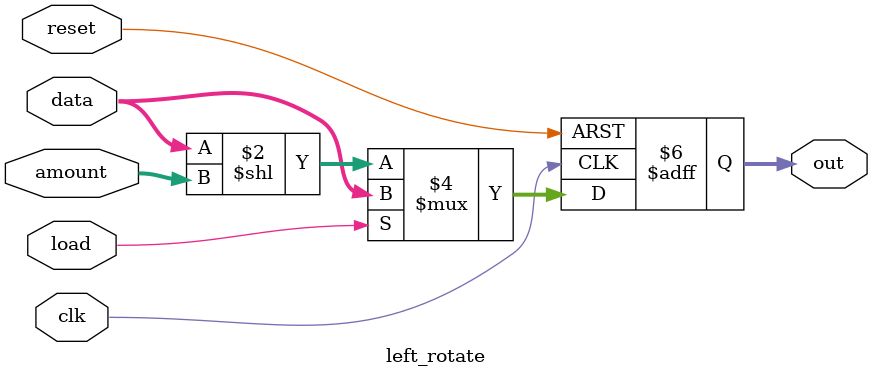
<source format=v>
module left_rotate(clk,reset,amount,data,load,out);
input clk,reset;
input [2:0] amount;
input [7:0] data;
input load;
output reg [7:0] out;
// when load is high, load data to out
// otherwise rotate the out register followed by left shift the out register by amount bits
always @ (posedge clk, posedge reset)
if (reset)
out <= 0;
else if (load)
out <= data;
else begin
out <= data << amount;
end
endmodule

</source>
